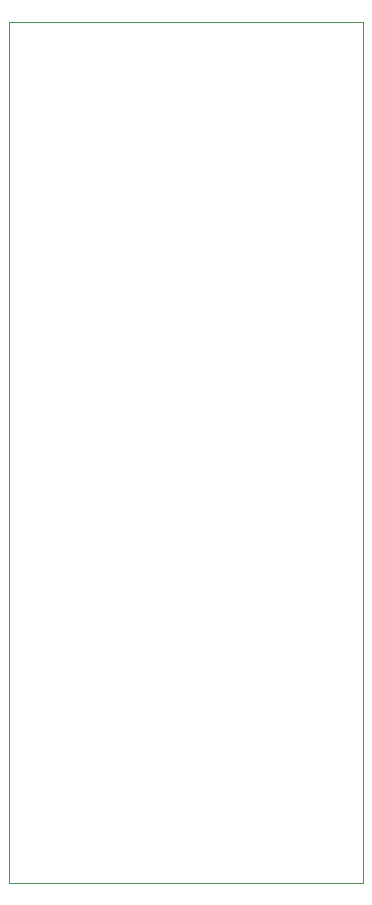
<source format=gm1>
G04 #@! TF.FileFunction,Profile,NP*
%FSLAX46Y46*%
G04 Gerber Fmt 4.6, Leading zero omitted, Abs format (unit mm)*
G04 Created by KiCad (PCBNEW 4.0.2+e4-6225~38~ubuntu14.04.1-stable) date Mon Aug  1 15:26:05 2016*
%MOMM*%
G01*
G04 APERTURE LIST*
%ADD10C,0.350000*%
%ADD11C,0.100000*%
G04 APERTURE END LIST*
D10*
D11*
X50520600Y-22275800D02*
X20574000Y-22275800D01*
X50520600Y-95123000D02*
X50520600Y-22275800D01*
X20574000Y-95123000D02*
X50520600Y-95123000D01*
X20574000Y-22273033D02*
X20574000Y-95123070D01*
M02*

</source>
